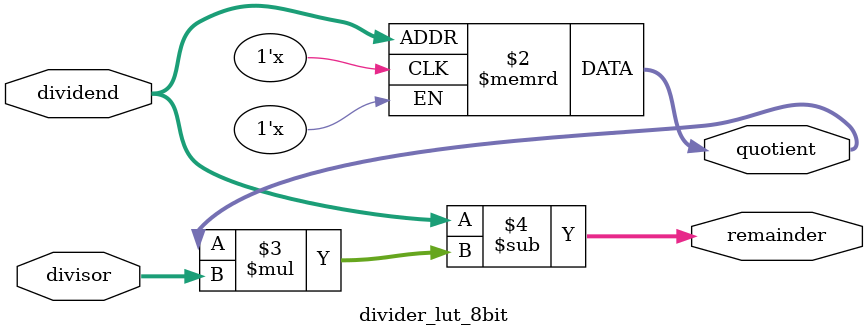
<source format=sv>
module divider_lut_8bit (
    input [7:0] dividend,
    input [7:0] divisor,
    output reg [7:0] quotient,
    output reg [7:0] remainder
);

reg [7:0] lut [0:255];

initial begin
    // Initialize LUT with precomputed values
end

always @(*) begin
    quotient = lut[dividend];
    remainder = dividend - (quotient * divisor);
end

endmodule
</source>
